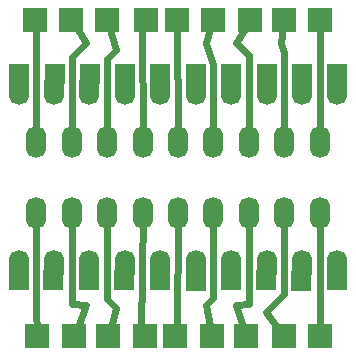
<source format=gbl>
G04 (created by PCBNEW (2013-07-07 BZR 4022)-stable) date 30/05/2015 12:54:33*
%MOIN*%
G04 Gerber Fmt 3.4, Leading zero omitted, Abs format*
%FSLAX34Y34*%
G01*
G70*
G90*
G04 APERTURE LIST*
%ADD10C,0.00590551*%
%ADD11R,0.0669291X0.0669291*%
%ADD12R,0.0787402X0.0787402*%
%ADD13O,0.0669291X0.106299*%
%ADD14C,0.024*%
G04 APERTURE END LIST*
G54D10*
G54D11*
X53740Y-55605D03*
X54940Y-55605D03*
X56115Y-55605D03*
X57290Y-55605D03*
X58465Y-55605D03*
X59640Y-55605D03*
X60815Y-55605D03*
X62015Y-55605D03*
X63190Y-55605D03*
X64365Y-55605D03*
G54D12*
X54350Y-64325D03*
X55575Y-64325D03*
X56725Y-64325D03*
X57950Y-64325D03*
X58950Y-64325D03*
X60175Y-64325D03*
X61325Y-64325D03*
X62600Y-64325D03*
X63800Y-64325D03*
X54300Y-53800D03*
X55500Y-53800D03*
X56700Y-53800D03*
X57975Y-53800D03*
X59025Y-53800D03*
X60225Y-53800D03*
X61450Y-53800D03*
X62575Y-53800D03*
X63775Y-53800D03*
G54D11*
X53740Y-62480D03*
X54890Y-62480D03*
X56090Y-62480D03*
X57265Y-62480D03*
X58465Y-62480D03*
X59640Y-62505D03*
X60815Y-62480D03*
X61990Y-62480D03*
X63165Y-62505D03*
X64365Y-62480D03*
G54D13*
X53740Y-56102D03*
X54921Y-56102D03*
X56102Y-56102D03*
X57283Y-56102D03*
X58464Y-56102D03*
X59645Y-56102D03*
X60826Y-56102D03*
X62007Y-56102D03*
X63188Y-56102D03*
X64370Y-56102D03*
X53740Y-62007D03*
X54921Y-62007D03*
X56102Y-62007D03*
X57283Y-62007D03*
X58464Y-62007D03*
X59645Y-62007D03*
X60826Y-62007D03*
X62007Y-62007D03*
X63188Y-62007D03*
X64370Y-62007D03*
X54330Y-57874D03*
X55514Y-57874D03*
X56696Y-57874D03*
X57877Y-57874D03*
X59058Y-57874D03*
X60239Y-57874D03*
X61420Y-57874D03*
X62601Y-57874D03*
X63782Y-57874D03*
X54330Y-60236D03*
X55514Y-60236D03*
X56696Y-60236D03*
X57877Y-60236D03*
X59058Y-60236D03*
X60239Y-60236D03*
X61420Y-60236D03*
X62601Y-60236D03*
X63782Y-60236D03*
G54D14*
X59058Y-57874D02*
X59025Y-53650D01*
X59025Y-53650D02*
X59025Y-53650D01*
X63782Y-57874D02*
X63782Y-54597D01*
X63782Y-54597D02*
X63775Y-53775D01*
X62601Y-57874D02*
X62601Y-54916D01*
X62500Y-54575D02*
X62575Y-53750D01*
X62601Y-54916D02*
X62500Y-54575D01*
X61420Y-57874D02*
X61420Y-54985D01*
X60990Y-54555D02*
X61450Y-53825D01*
X61420Y-54985D02*
X60990Y-54555D01*
X60239Y-57874D02*
X60239Y-55304D01*
X59990Y-54580D02*
X60225Y-53725D01*
X60239Y-55304D02*
X59990Y-54580D01*
X54330Y-60236D02*
X54330Y-63395D01*
X54330Y-63395D02*
X54350Y-64300D01*
X57877Y-57874D02*
X57862Y-53912D01*
X57862Y-53912D02*
X57975Y-53800D01*
X56696Y-57874D02*
X56696Y-55099D01*
X56990Y-54805D02*
X56700Y-53775D01*
X56696Y-55099D02*
X56990Y-54805D01*
X55514Y-57874D02*
X55514Y-55030D01*
X55990Y-54555D02*
X55500Y-53750D01*
X55514Y-55030D02*
X55990Y-54555D01*
X54330Y-57874D02*
X54330Y-54464D01*
X54330Y-54464D02*
X54300Y-53775D01*
X63782Y-60236D02*
X63782Y-63262D01*
X63782Y-63262D02*
X63800Y-64300D01*
X62601Y-60236D02*
X62601Y-62924D01*
X61990Y-63535D02*
X62600Y-64375D01*
X62601Y-62924D02*
X61990Y-63535D01*
X61420Y-60236D02*
X61415Y-63280D01*
X60990Y-63305D02*
X61325Y-64350D01*
X61415Y-63280D02*
X60990Y-63305D01*
X60239Y-60236D02*
X60239Y-63055D01*
X59990Y-63305D02*
X60175Y-64325D01*
X60239Y-63055D02*
X59990Y-63305D01*
X59058Y-60236D02*
X59018Y-64256D01*
X59018Y-64256D02*
X58950Y-64325D01*
X57877Y-60236D02*
X57837Y-64212D01*
X57837Y-64212D02*
X57950Y-64325D01*
X56696Y-60236D02*
X56696Y-63111D01*
X56990Y-63405D02*
X56725Y-64450D01*
X56696Y-63111D02*
X56990Y-63405D01*
X55514Y-60236D02*
X55515Y-63280D01*
X55990Y-63305D02*
X55575Y-64400D01*
X55515Y-63280D02*
X55990Y-63305D01*
M02*

</source>
